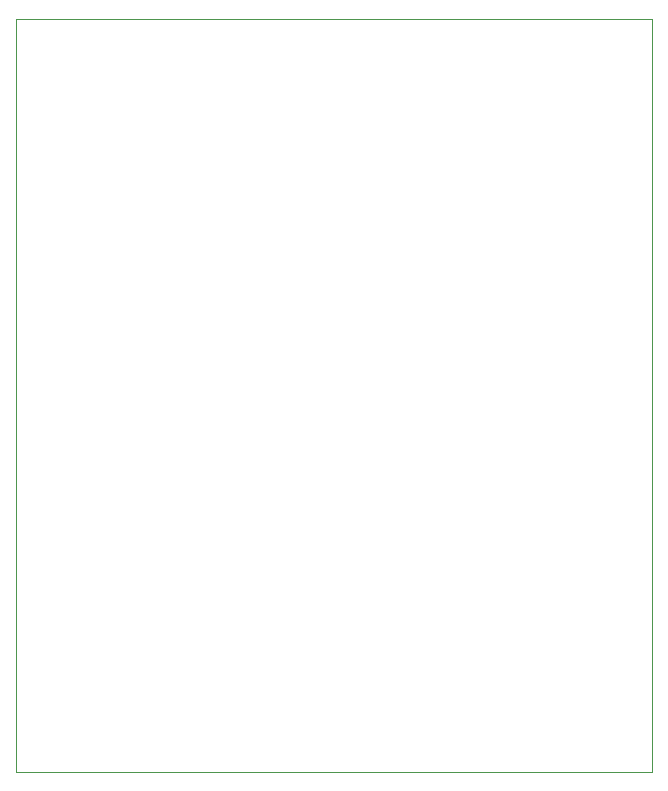
<source format=gbr>
%TF.GenerationSoftware,KiCad,Pcbnew,9.0.5*%
%TF.CreationDate,2025-10-22T00:31:54-04:00*%
%TF.ProjectId,PiHat,50694861-742e-46b6-9963-61645f706362,rev?*%
%TF.SameCoordinates,Original*%
%TF.FileFunction,Profile,NP*%
%FSLAX46Y46*%
G04 Gerber Fmt 4.6, Leading zero omitted, Abs format (unit mm)*
G04 Created by KiCad (PCBNEW 9.0.5) date 2025-10-22 00:31:54*
%MOMM*%
%LPD*%
G01*
G04 APERTURE LIST*
%TA.AperFunction,Profile*%
%ADD10C,0.050000*%
%TD*%
G04 APERTURE END LIST*
D10*
X125703000Y-75582000D02*
X179543000Y-75582000D01*
X179543000Y-139294000D01*
X125703000Y-139294000D01*
X125703000Y-75582000D01*
M02*

</source>
